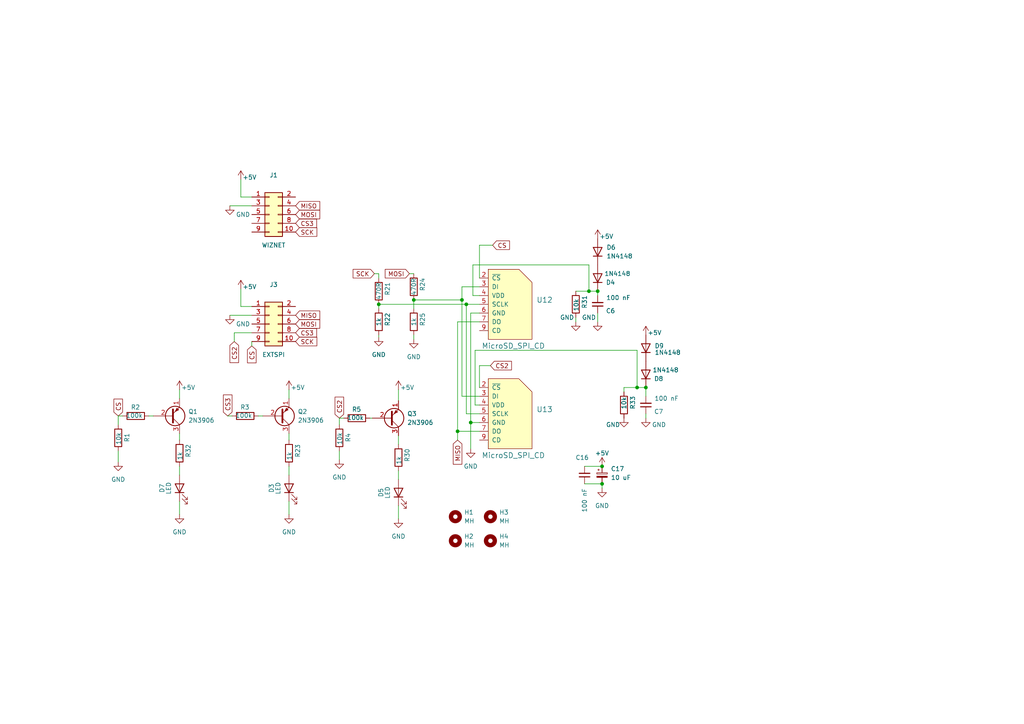
<source format=kicad_sch>
(kicad_sch (version 20211123) (generator eeschema)
  (paper "A4")
  (lib_symbols
    (symbol "Connector_Generic:Conn_02x05_Odd_Even" (pin_names (offset 1.016) hide)
      (property "Reference" "J" (at 1.27 7.62 0))
      (property "Value" "Conn_02x05_Odd_Even" (at 1.27 -7.62 0))
      (symbol "Conn_02x05_Odd_Even_1_1"
        (rectangle (start -1.27 -4.953) (end 0 -5.207) (stroke (width 0.1524)))
        (rectangle (start -1.27 -2.413) (end 0 -2.667) (stroke (width 0.1524)))
        (rectangle (start -1.27 0.127) (end 0 -0.127) (stroke (width 0.1524)))
        (rectangle (start -1.27 2.667) (end 0 2.413) (stroke (width 0.1524)))
        (rectangle (start -1.27 5.207) (end 0 4.953) (stroke (width 0.1524)))
        (rectangle (start -1.27 6.35) (end 3.81 -6.35) (stroke (width 0.254)) (fill (type background)))
        (rectangle (start 3.81 -4.953) (end 2.54 -5.207) (stroke (width 0.1524)))
        (rectangle (start 3.81 -2.413) (end 2.54 -2.667) (stroke (width 0.1524)))
        (rectangle (start 3.81 0.127) (end 2.54 -0.127) (stroke (width 0.1524)))
        (rectangle (start 3.81 2.667) (end 2.54 2.413) (stroke (width 0.1524)))
        (rectangle (start 3.81 5.207) (end 2.54 4.953) (stroke (width 0.1524)))
        (pin passive line (at -5.08 5.08 0) (length 3.81) (name "Pin_1") (number "1"))
        (pin passive line (at 7.62 -5.08 180) (length 3.81) (name "Pin_10") (number "10"))
        (pin passive line (at 7.62 5.08 180) (length 3.81) (name "Pin_2") (number "2"))
        (pin passive line (at -5.08 2.54 0) (length 3.81) (name "Pin_3") (number "3"))
        (pin passive line (at 7.62 2.54 180) (length 3.81) (name "Pin_4") (number "4"))
        (pin passive line (at -5.08 0 0) (length 3.81) (name "Pin_5") (number "5"))
        (pin passive line (at 7.62 0 180) (length 3.81) (name "Pin_6") (number "6"))
        (pin passive line (at -5.08 -2.54 0) (length 3.81) (name "Pin_7") (number "7"))
        (pin passive line (at 7.62 -2.54 180) (length 3.81) (name "Pin_8") (number "8"))
        (pin passive line (at -5.08 -5.08 0) (length 3.81) (name "Pin_9") (number "9"))
      )
    )
    (symbol "Device:C_Polarized_Small" (pin_numbers hide) (pin_names (offset 0.254) hide)
      (property "Reference" "C" (at 0.254 1.778 0))
      (property "Value" "C_Polarized_Small" (at 0.254 -2.032 0))
      (symbol "C_Polarized_Small_0_1"
        (rectangle (start -1.524 -0.3048) (end 1.524 -0.6858) (fill (type outline)))
        (rectangle (start -1.524 0.6858) (end 1.524 0.3048))
        (polyline (pts (xy -1.27 1.524) (xy -0.762 1.524)))
        (polyline (pts (xy -1.016 1.27) (xy -1.016 1.778)))
      )
      (symbol "C_Polarized_Small_1_1"
        (pin passive line (at 0 2.54 270) (length 1.8542) (name "~") (number "1"))
        (pin passive line (at 0 -2.54 90) (length 1.8542) (name "~") (number "2"))
      )
    )
    (symbol "Device:C_Small" (pin_numbers hide) (pin_names (offset 0.254) hide)
      (property "Reference" "C" (at 0.254 1.778 0))
      (property "Value" "C_Small" (at 0.254 -2.032 0))
      (symbol "C_Small_0_1"
        (polyline (pts (xy -1.524 -0.508) (xy 1.524 -0.508)) (stroke (width 0.3302)))
        (polyline (pts (xy -1.524 0.508) (xy 1.524 0.508)) (stroke (width 0.3048)))
      )
      (symbol "C_Small_1_1"
        (pin passive line (at 0 2.54 270) (length 2.032) (name "~") (number "1"))
        (pin passive line (at 0 -2.54 90) (length 2.032) (name "~") (number "2"))
      )
    )
    (symbol "Device:D" (pin_numbers hide) (pin_names (offset 1.016) hide)
      (property "Reference" "D" (at 0 2.54 0))
      (property "Value" "D" (at 0 -2.54 0))
      (symbol "D_0_1"
        (polyline (pts (xy -1.27 1.27) (xy -1.27 -1.27)) (stroke (width 0.254)))
        (polyline (pts (xy 1.27 0) (xy -1.27 0)))
        (polyline (pts (xy 1.27 1.27) (xy 1.27 -1.27) (xy -1.27 0) (xy 1.27 1.27)) (stroke (width 0.254)))
      )
      (symbol "D_1_1"
        (pin passive line (at -3.81 0 0) (length 2.54) (name "K") (number "1"))
        (pin passive line (at 3.81 0 180) (length 2.54) (name "A") (number "2"))
      )
    )
    (symbol "Device:LED" (pin_numbers hide) (pin_names (offset 1.016) hide)
      (property "Reference" "D" (at 0 2.54 0))
      (property "Value" "LED" (at 0 -2.54 0))
      (symbol "LED_0_1"
        (polyline (pts (xy -1.27 -1.27) (xy -1.27 1.27)) (stroke (width 0.254)))
        (polyline (pts (xy -1.27 0) (xy 1.27 0)))
        (polyline (pts (xy 1.27 -1.27) (xy 1.27 1.27) (xy -1.27 0) (xy 1.27 -1.27)) (stroke (width 0.254)))
        (polyline (pts (xy -3.048 -0.762) (xy -4.572 -2.286) (xy -3.81 -2.286) (xy -4.572 -2.286) (xy -4.572 -1.524)))
        (polyline (pts (xy -1.778 -0.762) (xy -3.302 -2.286) (xy -2.54 -2.286) (xy -3.302 -2.286) (xy -3.302 -1.524)))
      )
      (symbol "LED_1_1"
        (pin passive line (at -3.81 0 0) (length 2.54) (name "K") (number "1"))
        (pin passive line (at 3.81 0 180) (length 2.54) (name "A") (number "2"))
      )
    )
    (symbol "Device:R" (pin_numbers hide) (pin_names (offset 0))
      (property "Reference" "R" (at 2.032 0 90))
      (property "Value" "R" (at 0 0 90))
      (symbol "R_0_1"
        (rectangle (start -1.016 -2.54) (end 1.016 2.54) (stroke (width 0.254)))
      )
      (symbol "R_1_1"
        (pin passive line (at 0 3.81 270) (length 1.27) (name "~") (number "1"))
        (pin passive line (at 0 -3.81 90) (length 1.27) (name "~") (number "2"))
      )
    )
    (symbol "Mechanical:MountingHole" (pin_names (offset 1.016))
      (property "Reference" "H" (at 0 5.08 0))
      (property "Value" "MountingHole" (at 0 3.175 0))
      (symbol "MountingHole_0_1"
        (circle (center 0 0) (radius 1.27) (stroke (width 1.27)))
      )
    )
    (symbol "Transistor_BJT:2N3906" (pin_names (offset 0) hide)
      (property "Reference" "Q" (at 5.08 1.905 0))
      (property "Value" "2N3906" (at 5.08 0 0))
      (symbol "2N3906_0_1"
        (polyline (pts (xy 0.635 0.635) (xy 2.54 2.54)))
        (polyline (pts (xy 0.635 -0.635) (xy 2.54 -2.54) (xy 2.54 -2.54)))
        (polyline (pts (xy 0.635 1.905) (xy 0.635 -1.905) (xy 0.635 -1.905)) (stroke (width 0.508)))
        (polyline (pts (xy 2.286 -1.778) (xy 1.778 -2.286) (xy 1.27 -1.27) (xy 2.286 -1.778) (xy 2.286 -1.778)) (fill (type outline)))
        (circle (center 1.27 0) (radius 2.8194) (stroke (width 0.254)))
      )
      (symbol "2N3906_1_1"
        (pin passive line (at 2.54 -5.08 90) (length 2.54) (name "E") (number "1"))
        (pin input line (at -5.08 0 0) (length 5.715) (name "B") (number "2"))
        (pin passive line (at 2.54 5.08 270) (length 2.54) (name "C") (number "3"))
      )
    )
    (symbol "microsd_spi_cd:MicroSD_SPI_CD" (pin_names (offset 1.016))
      (property "Reference" "U" (at 0 11.43 0))
      (property "Value" "MicroSD_SPI_CD" (at -1.27 0 90))
      (symbol "MicroSD_SPI_CD_0_1"
        (polyline (pts (xy 6.35 10.16) (xy 6.35 -10.16) (xy -6.35 -10.16) (xy -6.35 6.35) (xy -2.54 10.16) (xy 6.35 10.16)) (fill (type background)))
      )
      (symbol "MicroSD_SPI_CD_1_1"
        (pin input line (at 8.89 7.62 180) (length 2.54) (name "~{CS}") (number "2"))
        (pin input line (at 8.89 5.08 180) (length 2.54) (name "DI") (number "3"))
        (pin input line (at 8.89 2.54 180) (length 2.54) (name "VDD") (number "4"))
        (pin input line (at 8.89 0 180) (length 2.54) (name "SCLK") (number "5"))
        (pin input line (at 8.89 -2.54 180) (length 2.54) (name "GND") (number "6"))
        (pin input line (at 8.89 -5.08 180) (length 2.54) (name "DO") (number "7"))
        (pin input line (at 8.89 -7.62 180) (length 2.54) (name "CD") (number "9"))
      )
    )
    (symbol "power:+5V" (power) (pin_names (offset 0))
      (property "Value" "+5V" (at 0 3.556 0))
      (symbol "+5V_0_1"
        (polyline (pts (xy -0.762 1.27) (xy 0 2.54)))
        (polyline (pts (xy 0 0) (xy 0 2.54)))
        (polyline (pts (xy 0 2.54) (xy 0.762 1.27)))
      )
      (symbol "+5V_1_1"
        (pin power_in line (at 0 0 90) (length 0) hide (name "+5V") (number "1"))
      )
    )
    (symbol "power:GND" (power) (pin_names (offset 0))
      (property "Value" "GND" (at 0 -3.81 0))
      (symbol "GND_0_1"
        (polyline (pts (xy 0 0) (xy 0 -1.27) (xy 1.27 -1.27) (xy 0 -2.54) (xy -1.27 -1.27) (xy 0 -1.27)))
      )
      (symbol "GND_1_1"
        (pin power_in line (at 0 0 270) (length 0) hide (name "GND") (number "1"))
      )
    )
  )
  (junction (at 120.015 86.995))
  (junction (at 184.785 112.395))
  (junction (at 187.325 112.395))
  (junction (at 133.985 86.995))
  (junction (at 109.855 88.265))
  (junction (at 173.355 84.455))
  (junction (at 174.625 135.255))
  (junction (at 170.815 84.455))
  (junction (at 136.525 122.555))
  (junction (at 135.255 88.265))
  (junction (at 132.715 125.095))
  (junction (at 174.625 140.335))
  (wire (pts (xy 109.855 79.375) (xy 108.585 79.375)))
  (wire (pts (xy 139.065 71.12) (xy 142.875 71.12)))
  (wire (pts (xy 170.815 84.455) (xy 170.815 76.835)))
  (wire (pts (xy 137.16 85.725) (xy 139.065 85.725)))
  (wire (pts (xy 83.82 125.73) (xy 83.82 127.635)))
  (wire (pts (xy 109.855 88.265) (xy 109.855 89.535)))
  (wire (pts (xy 135.255 88.265) (xy 139.065 88.265)))
  (wire (pts (xy 133.985 114.935) (xy 139.065 114.935)))
  (wire (pts (xy 167.005 92.075) (xy 167.005 93.345)))
  (wire (pts (xy 169.545 135.255) (xy 174.625 135.255)))
  (wire (pts (xy 52.07 113.03) (xy 52.07 115.57)))
  (wire (pts (xy 136.525 122.555) (xy 139.065 122.555)))
  (wire (pts (xy 52.07 125.73) (xy 52.07 127.635)))
  (wire (pts (xy 73.025 99.06) (xy 73.025 100.33)))
  (wire (pts (xy 180.975 112.395) (xy 184.785 112.395)))
  (wire (pts (xy 109.855 88.265) (xy 135.255 88.265)))
  (wire (pts (xy 115.57 126.365) (xy 115.57 128.905)))
  (wire (pts (xy 98.425 130.81) (xy 98.425 133.35)))
  (wire (pts (xy 174.625 141.605) (xy 174.625 140.335)))
  (wire (pts (xy 167.005 84.455) (xy 170.815 84.455)))
  (wire (pts (xy 74.93 120.65) (xy 76.2 120.65)))
  (wire (pts (xy 83.82 145.415) (xy 83.82 149.225)))
  (wire (pts (xy 43.18 120.65) (xy 44.45 120.65)))
  (wire (pts (xy 135.255 120.015) (xy 139.065 120.015)))
  (wire (pts (xy 136.525 90.805) (xy 139.065 90.805)))
  (wire (pts (xy 174.625 140.335) (xy 169.545 140.335)))
  (wire (pts (xy 139.065 93.345) (xy 132.715 93.345)))
  (wire (pts (xy 52.07 145.415) (xy 52.07 149.225)))
  (wire (pts (xy 118.745 79.375) (xy 120.015 79.375)))
  (wire (pts (xy 173.355 84.455) (xy 170.815 84.455)))
  (wire (pts (xy 107.315 121.285) (xy 107.95 121.285)))
  (wire (pts (xy 139.065 106.045) (xy 142.24 106.045)))
  (wire (pts (xy 120.015 86.995) (xy 133.985 86.995)))
  (wire (pts (xy 187.325 112.395) (xy 187.325 114.935)))
  (wire (pts (xy 83.82 113.03) (xy 83.82 115.57)))
  (wire (pts (xy 120.015 97.155) (xy 120.015 98.425)))
  (wire (pts (xy 137.16 76.835) (xy 170.815 76.835)))
  (wire (pts (xy 115.57 136.525) (xy 115.57 139.065)))
  (wire (pts (xy 34.29 120.65) (xy 35.56 120.65)))
  (wire (pts (xy 66.675 91.44) (xy 73.025 91.44)))
  (wire (pts (xy 136.525 122.555) (xy 136.525 90.805)))
  (wire (pts (xy 136.525 130.175) (xy 136.525 122.555)))
  (wire (pts (xy 133.985 83.185) (xy 133.985 86.995)))
  (wire (pts (xy 137.795 117.475) (xy 137.795 101.6)))
  (wire (pts (xy 115.57 146.685) (xy 115.57 150.495)))
  (wire (pts (xy 139.065 71.12) (xy 139.065 80.645)))
  (wire (pts (xy 109.855 97.155) (xy 109.855 97.79)))
  (wire (pts (xy 66.675 59.69) (xy 73.025 59.69)))
  (wire (pts (xy 132.715 125.095) (xy 139.065 125.095)))
  (wire (pts (xy 173.355 90.805) (xy 173.355 93.345)))
  (wire (pts (xy 109.855 80.645) (xy 109.855 79.375)))
  (wire (pts (xy 67.945 96.52) (xy 73.025 96.52)))
  (wire (pts (xy 184.785 101.6) (xy 184.785 112.395)))
  (wire (pts (xy 83.82 135.255) (xy 83.82 137.795)))
  (wire (pts (xy 137.16 76.835) (xy 137.16 85.725)))
  (wire (pts (xy 173.355 85.725) (xy 173.355 84.455)))
  (wire (pts (xy 69.85 83.82) (xy 69.85 88.9)))
  (wire (pts (xy 120.015 86.995) (xy 120.015 89.535)))
  (wire (pts (xy 135.255 88.265) (xy 135.255 120.015)))
  (wire (pts (xy 139.065 112.395) (xy 139.065 106.045)))
  (wire (pts (xy 139.065 83.185) (xy 133.985 83.185)))
  (wire (pts (xy 180.975 113.665) (xy 180.975 112.395)))
  (wire (pts (xy 132.715 125.095) (xy 132.715 127.635)))
  (wire (pts (xy 139.065 117.475) (xy 137.795 117.475)))
  (wire (pts (xy 67.945 99.06) (xy 67.945 96.52)))
  (wire (pts (xy 34.29 120.65) (xy 34.29 123.19)))
  (wire (pts (xy 132.715 93.345) (xy 132.715 125.095)))
  (wire (pts (xy 187.325 120.015) (xy 187.325 121.285)))
  (wire (pts (xy 69.85 57.15) (xy 73.025 57.15)))
  (wire (pts (xy 98.425 121.285) (xy 99.695 121.285)))
  (wire (pts (xy 52.07 135.255) (xy 52.07 137.795)))
  (wire (pts (xy 34.29 130.81) (xy 34.29 133.985)))
  (wire (pts (xy 69.85 52.07) (xy 69.85 57.15)))
  (wire (pts (xy 98.425 121.285) (xy 98.425 123.19)))
  (wire (pts (xy 66.04 120.65) (xy 67.31 120.65)))
  (wire (pts (xy 115.57 113.03) (xy 115.57 116.205)))
  (wire (pts (xy 69.85 88.9) (xy 73.025 88.9)))
  (wire (pts (xy 187.325 112.395) (xy 184.785 112.395)))
  (wire (pts (xy 133.985 86.995) (xy 133.985 114.935)))
  (wire (pts (xy 137.795 101.6) (xy 184.785 101.6)))
  (global_label "CS3" (shape input) (at 85.725 64.77 0) (property "Intersheet References" "${INTERSHEET_REFS}" (effects hide)))
  (global_label "MISO" (shape input) (at 85.725 91.44 0) (property "Intersheet References" "${INTERSHEET_REFS}" (effects hide)))
  (global_label "MISO" (shape input) (at 85.725 59.69 0) (property "Intersheet References" "${INTERSHEET_REFS}" (effects hide)))
  (global_label "CS3" (shape input) (at 85.725 96.52 0) (property "Intersheet References" "${INTERSHEET_REFS}" (effects hide)))
  (global_label "MOSI" (shape input) (at 118.745 79.375 180) (property "Intersheet References" "${INTERSHEET_REFS}" (effects hide)))
  (global_label "MOSI" (shape input) (at 85.725 93.98 0) (property "Intersheet References" "${INTERSHEET_REFS}" (effects hide)))
  (global_label "CS2" (shape input) (at 98.425 121.285 90) (property "Intersheet References" "${INTERSHEET_REFS}" (effects hide)))
  (global_label "CS" (shape input) (at 73.025 100.33 270) (property "Intersheet References" "${INTERSHEET_REFS}" (effects hide)))
  (global_label "CS2" (shape input) (at 142.24 106.045 0) (property "Intersheet References" "${INTERSHEET_REFS}" (effects hide)))
  (global_label "MOSI" (shape input) (at 85.725 62.23 0) (property "Intersheet References" "${INTERSHEET_REFS}" (effects hide)))
  (global_label "CS" (shape input) (at 34.29 120.65 90) (property "Intersheet References" "${INTERSHEET_REFS}" (effects hide)))
  (global_label "SCK" (shape input) (at 85.725 67.31 0) (property "Intersheet References" "${INTERSHEET_REFS}" (effects hide)))
  (global_label "CS3" (shape input) (at 66.04 120.65 90) (property "Intersheet References" "${INTERSHEET_REFS}" (effects hide)))
  (global_label "SCK" (shape input) (at 85.725 99.06 0) (property "Intersheet References" "${INTERSHEET_REFS}" (effects hide)))
  (global_label "MISO" (shape input) (at 132.715 127.635 270) (property "Intersheet References" "${INTERSHEET_REFS}" (effects hide)))
  (global_label "CS2" (shape input) (at 67.945 99.06 270) (property "Intersheet References" "${INTERSHEET_REFS}" (effects hide)))
  (global_label "CS" (shape input) (at 142.875 71.12 0) (property "Intersheet References" "${INTERSHEET_REFS}" (effects hide)))
  (global_label "SCK" (shape input) (at 108.585 79.375 180) (property "Intersheet References" "${INTERSHEET_REFS}" (effects hide)))
  (symbol (lib_id "Mechanical:MountingHole") (at 132.08 156.845 0) (unit 1)
    (property "Reference" "H2" (at 134.62 155.5749 0) (effects (justify left)))
    (property "Value" "MH" (at 134.62 158.1149 0) (effects (justify left)))
    (property "Footprint" "MountingHole:MountingHole_3.2mm_M3" (effects hide))
  )
  (symbol (lib_id "power:GND") (at 34.29 133.985 0) (unit 1)
    (property "Reference" "#PWR0107" (effects hide))
    (property "Value" "GND" (at 34.29 139.065 0))
  )
  (symbol (lib_id "power:+5V") (at 69.85 52.07 0) (unit 1)
    (property "Reference" "#PWR0104" (effects hide))
    (property "Value" "+5V" (at 72.39 51.435 0))
  )
  (symbol (lib_id "microsd_spi_cd:MicroSD_SPI_CD") (at 147.955 120.015 0) (mirror y) (unit 1)
    (property "Reference" "U13" (at 155.575 118.745 0) (effects (font (size 1.524 1.524)) (justify right)))
    (property "Value" "MicroSD_SPI_CD" (at 139.7 132.08 0) (effects (font (size 1.524 1.524)) (justify right)))
    (property "Footprint" "ExtCard:GCT-MEM2055-00-190-01-A" (effects hide))
  )
  (symbol (lib_id "Mechanical:MountingHole") (at 132.08 149.86 0) (unit 1)
    (property "Reference" "H1" (at 134.62 148.5899 0) (effects (justify left)))
    (property "Value" "MH" (at 134.62 151.1299 0) (effects (justify left)))
    (property "Footprint" "MountingHole:MountingHole_3.2mm_M3" (effects hide))
  )
  (symbol (lib_id "Mechanical:MountingHole") (at 142.24 156.845 0) (unit 1)
    (property "Reference" "H4" (at 144.78 155.5749 0) (effects (justify left)))
    (property "Value" "MH" (at 144.78 158.1149 0) (effects (justify left)))
    (property "Footprint" "MountingHole:MountingHole_3.2mm_M3" (effects hide))
  )
  (symbol (lib_id "Device:C_Small") (at 169.545 137.795 180) (unit 1)
    (property "Reference" "C16" (at 170.815 132.715 0) (effects (justify left)))
    (property "Value" "100 nF" (at 169.545 141.605 90) (effects (justify left)))
    (property "Footprint" "Capacitor_THT:C_Disc_D5.0mm_W2.5mm_P5.00mm" (effects hide))
  )
  (symbol (lib_id "Device:R") (at 109.855 84.455 0) (unit 1)
    (property "Reference" "R21" (at 112.395 85.725 90) (effects (justify left)))
    (property "Value" "470R" (at 109.855 86.995 90) (effects (justify left)))
    (property "Footprint" "Resistor_THT:R_Axial_DIN0207_L6.3mm_D2.5mm_P7.62mm_Horizontal" (effects hide))
  )
  (symbol (lib_id "power:GND") (at 136.525 130.175 0) (unit 1)
    (property "Reference" "#PWR0145" (effects hide))
    (property "Value" "GND" (at 136.525 135.255 0))
  )
  (symbol (lib_id "Device:C_Small") (at 187.325 117.475 180) (unit 1)
    (property "Reference" "C7" (at 192.405 119.38 0) (effects (justify left)))
    (property "Value" "100 nF" (at 196.85 115.57 0) (effects (justify left)))
    (property "Footprint" "Capacitor_THT:C_Disc_D5.0mm_W2.5mm_P5.00mm" (effects hide))
  )
  (symbol (lib_id "Device:LED") (at 52.07 141.605 90) (unit 1)
    (property "Reference" "D7" (at 46.99 141.605 0))
    (property "Value" "LED" (at 48.895 141.605 0))
    (property "Footprint" "LED_THT:LED_D3.0mm" (effects hide))
  )
  (symbol (lib_id "power:+5V") (at 187.325 97.155 0) (unit 1)
    (property "Reference" "#PWR0125" (effects hide))
    (property "Value" "+5V" (at 189.865 96.52 0))
  )
  (symbol (lib_id "power:+5V") (at 69.85 83.82 0) (unit 1)
    (property "Reference" "#PWR0146" (effects hide))
    (property "Value" "+5V" (at 72.39 83.185 0))
  )
  (symbol (lib_id "power:GND") (at 174.625 141.605 0) (unit 1)
    (property "Reference" "#PWR0152" (effects hide))
    (property "Value" "GND" (at 174.625 146.685 0))
  )
  (symbol (lib_id "power:GND") (at 98.425 133.35 0) (unit 1)
    (property "Reference" "#PWR0103" (effects hide))
    (property "Value" "GND" (at 98.425 138.43 0))
  )
  (symbol (lib_id "Device:R") (at 39.37 120.65 90) (unit 1)
    (property "Reference" "R2" (at 40.64 118.11 90) (effects (justify left)))
    (property "Value" "100k" (at 41.402 120.523 90) (effects (justify left)))
    (property "Footprint" "Resistor_THT:R_Axial_DIN0207_L6.3mm_D2.5mm_P7.62mm_Horizontal" (effects hide))
  )
  (symbol (lib_id "Device:R") (at 120.015 93.345 0) (unit 1)
    (property "Reference" "R25" (at 122.555 94.615 90) (effects (justify left)))
    (property "Value" "1k" (at 120.015 94.615 90) (effects (justify left)))
    (property "Footprint" "Resistor_THT:R_Axial_DIN0207_L6.3mm_D2.5mm_P7.62mm_Horizontal" (effects hide))
  )
  (symbol (lib_id "Connector_Generic:Conn_02x05_Odd_Even") (at 78.105 62.23 0) (unit 1)
    (property "Reference" "J1" (at 79.375 50.8 0))
    (property "Value" "WIZNET" (at 79.375 71.12 0))
    (property "Footprint" "Connector_PinHeader_2.54mm:PinHeader_2x05_P2.54mm_Vertical" (effects hide))
  )
  (symbol (lib_id "Device:R") (at 34.29 127 0) (unit 1)
    (property "Reference" "R1" (at 36.83 128.27 90) (effects (justify left)))
    (property "Value" "10k" (at 34.417 129.032 90) (effects (justify left)))
    (property "Footprint" "Resistor_THT:R_Axial_DIN0207_L6.3mm_D2.5mm_P7.62mm_Horizontal" (effects hide))
  )
  (symbol (lib_id "Device:R") (at 98.425 127 0) (unit 1)
    (property "Reference" "R4" (at 100.965 128.27 90) (effects (justify left)))
    (property "Value" "10k" (at 98.552 129.032 90) (effects (justify left)))
    (property "Footprint" "Resistor_THT:R_Axial_DIN0207_L6.3mm_D2.5mm_P7.62mm_Horizontal" (effects hide))
  )
  (symbol (lib_id "power:+5V") (at 83.82 113.03 0) (unit 1)
    (property "Reference" "#PWR0150" (effects hide))
    (property "Value" "+5V" (at 86.36 112.395 0))
  )
  (symbol (lib_id "microsd_spi_cd:MicroSD_SPI_CD") (at 147.955 88.265 0) (mirror y) (unit 1)
    (property "Reference" "U12" (at 155.575 86.995 0) (effects (font (size 1.524 1.524)) (justify right)))
    (property "Value" "MicroSD_SPI_CD" (at 139.7 100.33 0) (effects (font (size 1.524 1.524)) (justify right)))
    (property "Footprint" "ExtCard:GCT-MEM2055-00-190-01-A" (effects hide))
  )
  (symbol (lib_id "power:+5V") (at 174.625 135.255 0) (unit 1)
    (property "Reference" "#PWR0151" (effects hide))
    (property "Value" "+5V" (at 174.625 131.445 0))
  )
  (symbol (lib_id "power:+5V") (at 173.355 69.215 0) (unit 1)
    (property "Reference" "#PWR0122" (effects hide))
    (property "Value" "+5V" (at 175.895 68.58 0))
  )
  (symbol (lib_id "Device:R") (at 120.015 83.185 0) (unit 1)
    (property "Reference" "R24" (at 122.555 84.455 90) (effects (justify left)))
    (property "Value" "470R" (at 120.015 85.725 90) (effects (justify left)))
    (property "Footprint" "Resistor_THT:R_Axial_DIN0207_L6.3mm_D2.5mm_P7.62mm_Horizontal" (effects hide))
  )
  (symbol (lib_id "power:GND") (at 66.675 59.69 0) (unit 1)
    (property "Reference" "#PWR0105" (effects hide))
    (property "Value" "GND" (at 70.485 62.23 0))
  )
  (symbol (lib_id "Device:R") (at 83.82 131.445 0) (unit 1)
    (property "Reference" "R23" (at 86.36 132.715 90) (effects (justify left)))
    (property "Value" "1k" (at 83.947 133.477 90) (effects (justify left)))
    (property "Footprint" "Resistor_THT:R_Axial_DIN0207_L6.3mm_D2.5mm_P7.62mm_Horizontal" (effects hide))
  )
  (symbol (lib_id "Device:R") (at 180.975 117.475 0) (unit 1)
    (property "Reference" "R33" (at 183.515 118.745 90) (effects (justify left)))
    (property "Value" "10k" (at 180.975 118.745 90) (effects (justify left)))
    (property "Footprint" "Resistor_THT:R_Axial_DIN0207_L6.3mm_D2.5mm_P7.62mm_Horizontal" (effects hide))
  )
  (symbol (lib_id "Device:D") (at 173.355 73.025 90) (unit 1)
    (property "Reference" "D6" (at 175.895 71.7549 90) (effects (justify right)))
    (property "Value" "1N4148" (at 175.895 74.2949 90) (effects (justify right)))
    (property "Footprint" "Diode_THT:D_DO-35_SOD27_P7.62mm_Horizontal" (effects hide))
  )
  (symbol (lib_id "Device:R") (at 167.005 88.265 0) (unit 1)
    (property "Reference" "R31" (at 169.545 89.535 90) (effects (justify left)))
    (property "Value" "10k" (at 167.132 90.297 90) (effects (justify left)))
    (property "Footprint" "Resistor_THT:R_Axial_DIN0207_L6.3mm_D2.5mm_P7.62mm_Horizontal" (effects hide))
  )
  (symbol (lib_id "Device:D") (at 187.325 100.965 90) (unit 1)
    (property "Reference" "D9" (at 189.865 100.3299 90) (effects (justify right)))
    (property "Value" "1N4148" (at 189.865 102.2349 90) (effects (justify right)))
    (property "Footprint" "Diode_THT:D_DO-35_SOD27_P7.62mm_Horizontal" (effects hide))
  )
  (symbol (lib_id "Device:R") (at 115.57 132.715 0) (unit 1)
    (property "Reference" "R30" (at 118.11 133.985 90) (effects (justify left)))
    (property "Value" "1k" (at 115.697 134.747 90) (effects (justify left)))
    (property "Footprint" "Resistor_THT:R_Axial_DIN0207_L6.3mm_D2.5mm_P7.62mm_Horizontal" (effects hide))
  )
  (symbol (lib_id "Connector_Generic:Conn_02x05_Odd_Even") (at 78.105 93.98 0) (unit 1)
    (property "Reference" "J3" (at 79.375 82.55 0))
    (property "Value" "EXTSPI" (at 79.375 102.87 0))
    (property "Footprint" "Connector_PinHeader_2.54mm:PinHeader_2x05_P2.54mm_Vertical" (effects hide))
  )
  (symbol (lib_id "power:GND") (at 180.975 121.285 0) (unit 1)
    (property "Reference" "#PWR0129" (effects hide))
    (property "Value" "GND" (at 177.8 123.19 0))
  )
  (symbol (lib_id "Device:LED") (at 83.82 141.605 90) (unit 1)
    (property "Reference" "D3" (at 78.74 141.605 0))
    (property "Value" "LED" (at 80.645 141.605 0))
    (property "Footprint" "LED_THT:LED_D3.0mm" (effects hide))
  )
  (symbol (lib_id "power:GND") (at 167.005 93.345 0) (unit 1)
    (property "Reference" "#PWR0127" (effects hide))
    (property "Value" "GND" (at 164.465 92.075 0))
  )
  (symbol (lib_id "Device:R") (at 109.855 93.345 0) (unit 1)
    (property "Reference" "R22" (at 112.395 94.615 90) (effects (justify left)))
    (property "Value" "1k" (at 109.855 94.615 90) (effects (justify left)))
    (property "Footprint" "Resistor_THT:R_Axial_DIN0207_L6.3mm_D2.5mm_P7.62mm_Horizontal" (effects hide))
  )
  (symbol (lib_id "Device:D") (at 187.325 108.585 90) (unit 1)
    (property "Reference" "D8" (at 192.405 109.855 90) (effects (justify left)))
    (property "Value" "1N4148" (at 196.85 107.315 90) (effects (justify left)))
    (property "Footprint" "Diode_THT:D_DO-35_SOD27_P7.62mm_Horizontal" (effects hide))
  )
  (symbol (lib_id "Device:C_Small") (at 173.355 88.265 180) (unit 1)
    (property "Reference" "C6" (at 178.435 90.17 0) (effects (justify left)))
    (property "Value" "100 nF" (at 182.88 86.36 0) (effects (justify left)))
    (property "Footprint" "Capacitor_THT:C_Disc_D5.0mm_W2.5mm_P5.00mm" (effects hide))
  )
  (symbol (lib_id "power:GND") (at 109.855 97.79 0) (unit 1)
    (property "Reference" "#PWR0148" (effects hide))
    (property "Value" "GND" (at 109.855 102.87 0))
  )
  (symbol (lib_id "Mechanical:MountingHole") (at 142.24 149.86 0) (unit 1)
    (property "Reference" "H3" (at 144.78 148.5899 0) (effects (justify left)))
    (property "Value" "MH" (at 144.78 151.1299 0) (effects (justify left)))
    (property "Footprint" "MountingHole:MountingHole_3.2mm_M3" (effects hide))
  )
  (symbol (lib_id "Device:R") (at 103.505 121.285 90) (unit 1)
    (property "Reference" "R5" (at 104.775 118.745 90) (effects (justify left)))
    (property "Value" "100k" (at 105.537 121.158 90) (effects (justify left)))
    (property "Footprint" "Resistor_THT:R_Axial_DIN0207_L6.3mm_D2.5mm_P7.62mm_Horizontal" (effects hide))
  )
  (symbol (lib_id "Transistor_BJT:2N3906") (at 81.28 120.65 0) (mirror x) (unit 1)
    (property "Reference" "Q2" (at 86.36 119.3799 0) (effects (justify left)))
    (property "Value" "2N3906" (at 86.36 121.9199 0) (effects (justify left)))
    (property "Footprint" "Package_TO_SOT_THT:TO-92_Inline_Wide" (effects hide))
    (property "Datasheet" "https://www.onsemi.com/pub/Collateral/2N3906-D.PDF" (effects hide))
  )
  (symbol (lib_id "power:GND") (at 115.57 150.495 0) (unit 1)
    (property "Reference" "#PWR0102" (effects hide))
    (property "Value" "GND" (at 115.57 155.575 0))
  )
  (symbol (lib_id "power:+5V") (at 52.07 113.03 0) (unit 1)
    (property "Reference" "#PWR0109" (effects hide))
    (property "Value" "+5V" (at 54.61 112.395 0))
  )
  (symbol (lib_id "Device:R") (at 52.07 131.445 0) (unit 1)
    (property "Reference" "R32" (at 54.61 132.715 90) (effects (justify left)))
    (property "Value" "1k" (at 52.197 133.477 90) (effects (justify left)))
    (property "Footprint" "Resistor_THT:R_Axial_DIN0207_L6.3mm_D2.5mm_P7.62mm_Horizontal" (effects hide))
  )
  (symbol (lib_id "power:GND") (at 120.015 98.425 0) (unit 1)
    (property "Reference" "#PWR0149" (effects hide))
    (property "Value" "GND" (at 120.015 103.505 0))
  )
  (symbol (lib_id "power:GND") (at 66.675 91.44 0) (unit 1)
    (property "Reference" "#PWR0147" (effects hide))
    (property "Value" "GND" (at 70.485 93.98 0))
  )
  (symbol (lib_id "Transistor_BJT:2N3906") (at 113.03 121.285 0) (mirror x) (unit 1)
    (property "Reference" "Q3" (at 118.11 120.0149 0) (effects (justify left)))
    (property "Value" "2N3906" (at 118.11 122.5549 0) (effects (justify left)))
    (property "Footprint" "Package_TO_SOT_THT:TO-92_Inline_Wide" (effects hide))
    (property "Datasheet" "https://www.onsemi.com/pub/Collateral/2N3906-D.PDF" (effects hide))
  )
  (symbol (lib_id "power:+5V") (at 115.57 113.03 0) (unit 1)
    (property "Reference" "#PWR0101" (effects hide))
    (property "Value" "+5V" (at 118.11 112.395 0))
  )
  (symbol (lib_id "Device:R") (at 71.12 120.65 90) (unit 1)
    (property "Reference" "R3" (at 72.39 118.11 90) (effects (justify left)))
    (property "Value" "100k" (at 73.152 120.523 90) (effects (justify left)))
    (property "Footprint" "Resistor_THT:R_Axial_DIN0207_L6.3mm_D2.5mm_P7.62mm_Horizontal" (effects hide))
  )
  (symbol (lib_id "Device:D") (at 173.355 80.645 90) (unit 1)
    (property "Reference" "D4" (at 178.435 81.915 90) (effects (justify left)))
    (property "Value" "1N4148" (at 182.88 79.375 90) (effects (justify left)))
    (property "Footprint" "Diode_THT:D_DO-35_SOD27_P7.62mm_Horizontal" (effects hide))
  )
  (symbol (lib_id "Device:C_Polarized_Small") (at 174.625 137.795 0) (unit 1)
    (property "Reference" "C17" (at 177.165 135.9788 0) (effects (justify left)))
    (property "Value" "10 uF" (at 177.165 138.5188 0) (effects (justify left)))
    (property "Footprint" "Capacitor_THT:CP_Radial_D5.0mm_P2.00mm" (effects hide))
  )
  (symbol (lib_id "Transistor_BJT:2N3906") (at 49.53 120.65 0) (mirror x) (unit 1)
    (property "Reference" "Q1" (at 54.61 119.3799 0) (effects (justify left)))
    (property "Value" "2N3906" (at 54.61 121.9199 0) (effects (justify left)))
    (property "Footprint" "Package_TO_SOT_THT:TO-92_Inline_Wide" (effects hide))
    (property "Datasheet" "https://www.onsemi.com/pub/Collateral/2N3906-D.PDF" (effects hide))
  )
  (symbol (lib_id "power:GND") (at 83.82 149.225 0) (unit 1)
    (property "Reference" "#PWR0108" (effects hide))
    (property "Value" "GND" (at 83.82 154.305 0))
  )
  (symbol (lib_id "power:GND") (at 173.355 93.345 0) (unit 1)
    (property "Reference" "#PWR0126" (effects hide))
    (property "Value" "GND" (at 170.815 92.075 0))
  )
  (symbol (lib_id "power:GND") (at 52.07 149.225 0) (unit 1)
    (property "Reference" "#PWR0106" (effects hide))
    (property "Value" "GND" (at 52.07 154.305 0))
  )
  (symbol (lib_id "Device:LED") (at 115.57 142.875 90) (unit 1)
    (property "Reference" "D5" (at 110.49 142.875 0))
    (property "Value" "LED" (at 112.395 142.875 0))
    (property "Footprint" "LED_THT:LED_D3.0mm" (effects hide))
  )
  (symbol (lib_id "power:GND") (at 187.325 121.285 0) (unit 1)
    (property "Reference" "#PWR0128" (effects hide))
    (property "Value" "GND" (at 191.135 123.19 0))
  )
)
</source>
